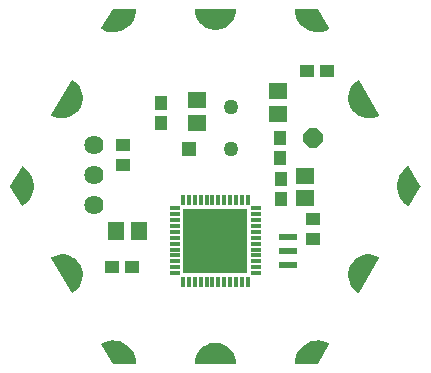
<source format=gbr>
G04 EAGLE Gerber RS-274X export*
G75*
%MOMM*%
%FSLAX34Y34*%
%LPD*%
%INSoldermask Bottom*%
%IPPOS*%
%AMOC8*
5,1,8,0,0,1.08239X$1,22.5*%
G01*
%ADD10R,1.101600X1.201600*%
%ADD11R,1.601600X1.401600*%
%ADD12R,1.501597X0.501600*%
%ADD13P,1.759533X8X22.500000*%
%ADD14R,1.201600X1.101600*%
%ADD15R,1.401600X1.601600*%
%ADD16C,1.101600*%
%ADD17C,1.259600*%
%ADD18R,1.259600X1.259600*%
%ADD19R,0.914400X0.355600*%
%ADD20R,0.355600X0.914400*%
%ADD21R,5.486400X5.486400*%
%ADD22C,1.625600*%

G36*
X363104Y190819D02*
X363104Y190819D01*
X363133Y190817D01*
X363200Y190839D01*
X363270Y190853D01*
X363294Y190869D01*
X363322Y190878D01*
X363375Y190925D01*
X363434Y190965D01*
X363450Y190990D01*
X363472Y191009D01*
X363503Y191073D01*
X363541Y191133D01*
X363546Y191162D01*
X363558Y191188D01*
X363567Y191287D01*
X363574Y191329D01*
X363571Y191340D01*
X363573Y191354D01*
X363341Y194152D01*
X363331Y194185D01*
X363327Y194233D01*
X362638Y196955D01*
X362623Y196986D01*
X362611Y197033D01*
X361483Y199604D01*
X361463Y199632D01*
X361444Y199677D01*
X359908Y202027D01*
X359884Y202052D01*
X359858Y202092D01*
X357956Y204158D01*
X357928Y204178D01*
X357895Y204214D01*
X355680Y205938D01*
X355649Y205954D01*
X355611Y205983D01*
X353141Y207320D01*
X353108Y207330D01*
X353066Y207353D01*
X351880Y207760D01*
X350426Y208259D01*
X350410Y208265D01*
X350376Y208269D01*
X350330Y208285D01*
X347561Y208747D01*
X347526Y208746D01*
X347479Y208754D01*
X344671Y208754D01*
X344637Y208747D01*
X344589Y208747D01*
X341820Y208285D01*
X341787Y208272D01*
X341740Y208265D01*
X339084Y207353D01*
X339054Y207335D01*
X339009Y207320D01*
X336539Y205983D01*
X336513Y205961D01*
X336470Y205938D01*
X334255Y204214D01*
X334232Y204187D01*
X334194Y204158D01*
X332292Y202092D01*
X332274Y202063D01*
X332242Y202027D01*
X330706Y199677D01*
X330693Y199644D01*
X330667Y199604D01*
X329539Y197033D01*
X329532Y196999D01*
X329529Y196993D01*
X329523Y196984D01*
X329522Y196978D01*
X329512Y196955D01*
X328823Y194233D01*
X328821Y194198D01*
X328809Y194152D01*
X328577Y191354D01*
X328581Y191325D01*
X328576Y191296D01*
X328593Y191227D01*
X328601Y191156D01*
X328615Y191131D01*
X328622Y191103D01*
X328664Y191045D01*
X328699Y190984D01*
X328723Y190966D01*
X328740Y190942D01*
X328801Y190906D01*
X328858Y190863D01*
X328886Y190856D01*
X328911Y190841D01*
X329009Y190824D01*
X329050Y190814D01*
X329061Y190816D01*
X329075Y190813D01*
X363075Y190813D01*
X363104Y190819D01*
G37*
G36*
X347513Y473878D02*
X347513Y473878D01*
X347561Y473878D01*
X350330Y474340D01*
X350363Y474353D01*
X350410Y474361D01*
X353066Y475272D01*
X353096Y475290D01*
X353141Y475305D01*
X355611Y476642D01*
X355637Y476664D01*
X355680Y476687D01*
X357895Y478411D01*
X357918Y478438D01*
X357956Y478467D01*
X359858Y480533D01*
X359876Y480562D01*
X359908Y480598D01*
X361444Y482948D01*
X361457Y482981D01*
X361483Y483021D01*
X362611Y485592D01*
X362618Y485626D01*
X362638Y485670D01*
X363327Y488392D01*
X363329Y488427D01*
X363341Y488473D01*
X363573Y491271D01*
X363569Y491300D01*
X363574Y491329D01*
X363558Y491398D01*
X363549Y491469D01*
X363535Y491494D01*
X363528Y491522D01*
X363486Y491580D01*
X363451Y491641D01*
X363427Y491659D01*
X363410Y491683D01*
X363349Y491719D01*
X363292Y491762D01*
X363264Y491769D01*
X363239Y491784D01*
X363141Y491801D01*
X363100Y491811D01*
X363089Y491809D01*
X363075Y491812D01*
X329075Y491812D01*
X329046Y491806D01*
X329017Y491808D01*
X328950Y491786D01*
X328880Y491772D01*
X328856Y491756D01*
X328828Y491747D01*
X328775Y491700D01*
X328716Y491660D01*
X328701Y491635D01*
X328679Y491616D01*
X328647Y491552D01*
X328609Y491492D01*
X328604Y491463D01*
X328592Y491437D01*
X328583Y491338D01*
X328576Y491296D01*
X328579Y491285D01*
X328577Y491271D01*
X328809Y488473D01*
X328819Y488440D01*
X328823Y488392D01*
X329512Y485670D01*
X329527Y485639D01*
X329539Y485592D01*
X330667Y483021D01*
X330687Y482993D01*
X330706Y482948D01*
X332242Y480598D01*
X332266Y480573D01*
X332292Y480533D01*
X334194Y478467D01*
X334222Y478447D01*
X334255Y478411D01*
X336470Y476687D01*
X336501Y476671D01*
X336539Y476642D01*
X339009Y475305D01*
X339042Y475295D01*
X339084Y475272D01*
X341740Y474361D01*
X341774Y474356D01*
X341820Y474340D01*
X344589Y473878D01*
X344624Y473879D01*
X344671Y473871D01*
X347479Y473871D01*
X347513Y473878D01*
G37*
G36*
X224682Y251122D02*
X224682Y251122D01*
X224753Y251119D01*
X224780Y251130D01*
X224809Y251132D01*
X224899Y251174D01*
X224939Y251189D01*
X224947Y251197D01*
X224960Y251202D01*
X227263Y252802D01*
X227287Y252827D01*
X227327Y252854D01*
X229336Y254811D01*
X229355Y254840D01*
X229390Y254874D01*
X231049Y257134D01*
X231064Y257166D01*
X231093Y257205D01*
X232357Y259708D01*
X232366Y259741D01*
X232388Y259784D01*
X233224Y262461D01*
X233227Y262496D01*
X233242Y262542D01*
X233625Y265320D01*
X233623Y265355D01*
X233629Y265402D01*
X233550Y268206D01*
X233542Y268240D01*
X233541Y268288D01*
X233002Y271040D01*
X232988Y271072D01*
X232979Y271119D01*
X231994Y273745D01*
X231979Y273770D01*
X231974Y273789D01*
X231966Y273800D01*
X231959Y273819D01*
X230555Y276247D01*
X230532Y276273D01*
X230508Y276315D01*
X228724Y278479D01*
X228697Y278500D01*
X228666Y278538D01*
X226550Y280378D01*
X226520Y280395D01*
X226484Y280427D01*
X224093Y281894D01*
X224061Y281906D01*
X224020Y281931D01*
X221421Y282985D01*
X221387Y282991D01*
X221342Y283009D01*
X218605Y283621D01*
X218570Y283622D01*
X218523Y283632D01*
X215723Y283785D01*
X215689Y283780D01*
X215641Y283783D01*
X212853Y283472D01*
X212820Y283462D01*
X212772Y283456D01*
X210074Y282691D01*
X210044Y282676D01*
X209997Y282662D01*
X207462Y281464D01*
X207438Y281446D01*
X207411Y281436D01*
X207359Y281387D01*
X207302Y281345D01*
X207288Y281320D01*
X207267Y281300D01*
X207238Y281234D01*
X207202Y281173D01*
X207199Y281144D01*
X207187Y281117D01*
X207186Y281046D01*
X207177Y280976D01*
X207185Y280948D01*
X207185Y280918D01*
X207219Y280826D01*
X207231Y280784D01*
X207238Y280776D01*
X207243Y280763D01*
X224243Y251363D01*
X224262Y251341D01*
X224275Y251314D01*
X224328Y251267D01*
X224375Y251214D01*
X224401Y251201D01*
X224423Y251182D01*
X224490Y251159D01*
X224554Y251128D01*
X224583Y251127D01*
X224611Y251117D01*
X224682Y251122D01*
G37*
G36*
X476461Y398845D02*
X476461Y398845D01*
X476509Y398843D01*
X479297Y399153D01*
X479330Y399163D01*
X479378Y399169D01*
X482076Y399934D01*
X482106Y399950D01*
X482153Y399963D01*
X484688Y401161D01*
X484712Y401179D01*
X484739Y401189D01*
X484791Y401238D01*
X484848Y401280D01*
X484862Y401305D01*
X484884Y401325D01*
X484912Y401391D01*
X484948Y401452D01*
X484951Y401481D01*
X484963Y401508D01*
X484964Y401579D01*
X484973Y401649D01*
X484965Y401677D01*
X484965Y401707D01*
X484931Y401799D01*
X484919Y401841D01*
X484912Y401850D01*
X484907Y401862D01*
X467907Y431262D01*
X467888Y431284D01*
X467875Y431311D01*
X467822Y431358D01*
X467775Y431411D01*
X467749Y431424D01*
X467727Y431443D01*
X467660Y431466D01*
X467596Y431497D01*
X467567Y431498D01*
X467539Y431508D01*
X467468Y431503D01*
X467397Y431506D01*
X467370Y431495D01*
X467341Y431493D01*
X467251Y431451D01*
X467211Y431436D01*
X467203Y431429D01*
X467190Y431423D01*
X464887Y429823D01*
X464863Y429798D01*
X464823Y429771D01*
X462814Y427814D01*
X462795Y427785D01*
X462760Y427751D01*
X461101Y425491D01*
X461086Y425459D01*
X461057Y425420D01*
X459793Y422917D01*
X459784Y422884D01*
X459762Y422841D01*
X458926Y420164D01*
X458923Y420129D01*
X458908Y420083D01*
X458525Y417305D01*
X458527Y417270D01*
X458521Y417223D01*
X458600Y414419D01*
X458608Y414385D01*
X458609Y414337D01*
X459148Y411585D01*
X459162Y411553D01*
X459171Y411506D01*
X460156Y408880D01*
X460174Y408851D01*
X460191Y408806D01*
X461595Y406378D01*
X461618Y406352D01*
X461642Y406310D01*
X463426Y404146D01*
X463453Y404125D01*
X463484Y404087D01*
X465600Y402247D01*
X465630Y402230D01*
X465666Y402198D01*
X468057Y400731D01*
X468089Y400719D01*
X468130Y400694D01*
X470729Y399640D01*
X470763Y399634D01*
X470808Y399616D01*
X473545Y399004D01*
X473580Y399003D01*
X473627Y398993D01*
X476427Y398840D01*
X476461Y398845D01*
G37*
G36*
X467501Y251123D02*
X467501Y251123D01*
X467572Y251123D01*
X467599Y251134D01*
X467628Y251137D01*
X467690Y251172D01*
X467755Y251199D01*
X467776Y251220D01*
X467801Y251234D01*
X467864Y251311D01*
X467894Y251341D01*
X467898Y251352D01*
X467907Y251363D01*
X484907Y280763D01*
X484916Y280790D01*
X484933Y280814D01*
X484948Y280884D01*
X484970Y280951D01*
X484968Y280980D01*
X484974Y281009D01*
X484961Y281079D01*
X484955Y281149D01*
X484942Y281175D01*
X484936Y281204D01*
X484896Y281263D01*
X484864Y281326D01*
X484841Y281345D01*
X484825Y281369D01*
X484743Y281426D01*
X484710Y281453D01*
X484700Y281456D01*
X484688Y281464D01*
X482153Y282662D01*
X482119Y282671D01*
X482076Y282691D01*
X479378Y283456D01*
X479343Y283459D01*
X479297Y283472D01*
X476509Y283783D01*
X476475Y283779D01*
X476427Y283785D01*
X473627Y283632D01*
X473593Y283623D01*
X473545Y283621D01*
X470808Y283009D01*
X470776Y282995D01*
X470729Y282985D01*
X468130Y281931D01*
X468101Y281912D01*
X468057Y281894D01*
X465666Y280427D01*
X465641Y280403D01*
X465600Y280378D01*
X463484Y278538D01*
X463463Y278510D01*
X463426Y278479D01*
X461642Y276315D01*
X461626Y276284D01*
X461595Y276247D01*
X460191Y273819D01*
X460180Y273787D01*
X460173Y273774D01*
X460163Y273759D01*
X460163Y273757D01*
X460156Y273745D01*
X459171Y271119D01*
X459165Y271085D01*
X459148Y271040D01*
X458609Y268288D01*
X458609Y268253D01*
X458600Y268206D01*
X458521Y265402D01*
X458527Y265368D01*
X458525Y265320D01*
X458908Y262542D01*
X458920Y262509D01*
X458926Y262461D01*
X459762Y259784D01*
X459779Y259754D01*
X459793Y259708D01*
X461057Y257205D01*
X461079Y257177D01*
X461101Y257134D01*
X462760Y254874D01*
X462786Y254850D01*
X462814Y254811D01*
X464823Y252854D01*
X464852Y252836D01*
X464887Y252802D01*
X467190Y251202D01*
X467217Y251191D01*
X467240Y251172D01*
X467308Y251152D01*
X467373Y251124D01*
X467402Y251124D01*
X467430Y251115D01*
X467501Y251123D01*
G37*
G36*
X218523Y398993D02*
X218523Y398993D01*
X218557Y399002D01*
X218605Y399004D01*
X221342Y399616D01*
X221374Y399630D01*
X221421Y399640D01*
X224020Y400694D01*
X224049Y400713D01*
X224093Y400731D01*
X226484Y402198D01*
X226509Y402222D01*
X226550Y402247D01*
X228666Y404087D01*
X228687Y404115D01*
X228724Y404146D01*
X230508Y406310D01*
X230524Y406341D01*
X230555Y406378D01*
X231959Y408806D01*
X231970Y408838D01*
X231994Y408880D01*
X232979Y411506D01*
X232985Y411540D01*
X233002Y411585D01*
X233541Y414337D01*
X233541Y414372D01*
X233550Y414419D01*
X233629Y417223D01*
X233624Y417257D01*
X233625Y417305D01*
X233242Y420083D01*
X233230Y420116D01*
X233224Y420164D01*
X232388Y422841D01*
X232371Y422871D01*
X232357Y422917D01*
X231093Y425420D01*
X231071Y425448D01*
X231049Y425491D01*
X229390Y427751D01*
X229364Y427775D01*
X229336Y427814D01*
X227327Y429771D01*
X227298Y429789D01*
X227263Y429823D01*
X224960Y431423D01*
X224933Y431434D01*
X224910Y431453D01*
X224842Y431473D01*
X224777Y431501D01*
X224748Y431501D01*
X224720Y431510D01*
X224649Y431502D01*
X224578Y431502D01*
X224551Y431491D01*
X224522Y431488D01*
X224460Y431453D01*
X224395Y431426D01*
X224374Y431405D01*
X224349Y431391D01*
X224286Y431314D01*
X224256Y431284D01*
X224252Y431273D01*
X224243Y431262D01*
X207243Y401862D01*
X207234Y401835D01*
X207217Y401811D01*
X207202Y401741D01*
X207180Y401674D01*
X207182Y401645D01*
X207176Y401616D01*
X207189Y401546D01*
X207195Y401476D01*
X207208Y401450D01*
X207214Y401421D01*
X207254Y401362D01*
X207286Y401299D01*
X207309Y401280D01*
X207325Y401256D01*
X207407Y401199D01*
X207440Y401172D01*
X207450Y401169D01*
X207462Y401161D01*
X209997Y399963D01*
X210031Y399954D01*
X210074Y399934D01*
X212772Y399169D01*
X212807Y399166D01*
X212853Y399153D01*
X215641Y398843D01*
X215675Y398846D01*
X215723Y398840D01*
X218523Y398993D01*
G37*
G36*
X509802Y324323D02*
X509802Y324323D01*
X509873Y324323D01*
X509900Y324334D01*
X509929Y324337D01*
X509991Y324373D01*
X510056Y324400D01*
X510077Y324421D01*
X510102Y324435D01*
X510165Y324512D01*
X510195Y324543D01*
X510199Y324553D01*
X510208Y324563D01*
X519708Y341063D01*
X519718Y341095D01*
X519727Y341108D01*
X519731Y341133D01*
X519732Y341136D01*
X519763Y341207D01*
X519763Y341230D01*
X519771Y341252D01*
X519765Y341329D01*
X519766Y341406D01*
X519756Y341430D01*
X519755Y341450D01*
X519734Y341490D01*
X519708Y341562D01*
X510208Y358062D01*
X510189Y358083D01*
X510176Y358110D01*
X510123Y358157D01*
X510076Y358211D01*
X510050Y358223D01*
X510029Y358243D01*
X509961Y358266D01*
X509897Y358297D01*
X509868Y358298D01*
X509841Y358307D01*
X509769Y358303D01*
X509698Y358306D01*
X509671Y358296D01*
X509642Y358294D01*
X509552Y358251D01*
X509512Y358237D01*
X509504Y358229D01*
X509491Y358223D01*
X506968Y356482D01*
X506944Y356457D01*
X506906Y356431D01*
X504694Y354307D01*
X504675Y354279D01*
X504641Y354247D01*
X502799Y351795D01*
X502785Y351765D01*
X502756Y351727D01*
X501331Y349012D01*
X501322Y348981D01*
X501306Y348956D01*
X501305Y348948D01*
X501300Y348939D01*
X500329Y346030D01*
X500325Y345996D01*
X500310Y345952D01*
X499818Y342926D01*
X499819Y342892D01*
X499811Y342846D01*
X499811Y339779D01*
X499812Y339776D01*
X499812Y339773D01*
X499818Y339747D01*
X499818Y339746D01*
X499818Y339699D01*
X500310Y336673D01*
X500322Y336641D01*
X500329Y336595D01*
X501300Y333686D01*
X501317Y333657D01*
X501331Y333613D01*
X502756Y330898D01*
X502778Y330871D01*
X502799Y330830D01*
X504641Y328378D01*
X504666Y328356D01*
X504694Y328318D01*
X506906Y326194D01*
X506934Y326176D01*
X506968Y326143D01*
X509491Y324402D01*
X509518Y324390D01*
X509540Y324372D01*
X509609Y324352D01*
X509674Y324324D01*
X509703Y324323D01*
X509731Y324315D01*
X509802Y324323D01*
G37*
G36*
X182381Y324322D02*
X182381Y324322D01*
X182452Y324319D01*
X182479Y324329D01*
X182508Y324331D01*
X182598Y324374D01*
X182638Y324388D01*
X182646Y324396D01*
X182659Y324402D01*
X185182Y326143D01*
X185206Y326168D01*
X185244Y326194D01*
X187456Y328318D01*
X187475Y328346D01*
X187509Y328378D01*
X189351Y330830D01*
X189365Y330860D01*
X189394Y330898D01*
X190819Y333613D01*
X190828Y333645D01*
X190850Y333686D01*
X191821Y336595D01*
X191825Y336629D01*
X191840Y336673D01*
X192332Y339699D01*
X192331Y339733D01*
X192339Y339779D01*
X192339Y342846D01*
X192332Y342879D01*
X192332Y342926D01*
X191840Y345952D01*
X191828Y345984D01*
X191821Y346030D01*
X190850Y348939D01*
X190837Y348962D01*
X190831Y348986D01*
X190824Y348995D01*
X190819Y349012D01*
X189394Y351727D01*
X189372Y351754D01*
X189351Y351795D01*
X187509Y354247D01*
X187484Y354269D01*
X187456Y354307D01*
X185244Y356431D01*
X185216Y356449D01*
X185182Y356482D01*
X182659Y358223D01*
X182632Y358235D01*
X182610Y358253D01*
X182541Y358274D01*
X182476Y358301D01*
X182447Y358302D01*
X182419Y358310D01*
X182348Y358302D01*
X182277Y358302D01*
X182250Y358291D01*
X182221Y358288D01*
X182159Y358253D01*
X182094Y358225D01*
X182073Y358204D01*
X182048Y358190D01*
X181985Y358113D01*
X181955Y358082D01*
X181951Y358072D01*
X181942Y358062D01*
X172442Y341562D01*
X172418Y341489D01*
X172387Y341418D01*
X172387Y341395D01*
X172379Y341373D01*
X172386Y341296D01*
X172385Y341219D01*
X172394Y341195D01*
X172395Y341175D01*
X172416Y341135D01*
X172435Y341083D01*
X172436Y341078D01*
X172438Y341076D01*
X172442Y341063D01*
X181942Y324563D01*
X181961Y324542D01*
X181974Y324515D01*
X182027Y324468D01*
X182074Y324414D01*
X182100Y324402D01*
X182122Y324382D01*
X182189Y324359D01*
X182253Y324328D01*
X182282Y324327D01*
X182309Y324318D01*
X182381Y324322D01*
G37*
G36*
X432751Y190829D02*
X432751Y190829D01*
X432829Y190837D01*
X432848Y190848D01*
X432870Y190853D01*
X432934Y190897D01*
X433002Y190935D01*
X433018Y190954D01*
X433034Y190965D01*
X433058Y191003D01*
X433108Y191063D01*
X442608Y207563D01*
X442617Y207591D01*
X442633Y207614D01*
X442648Y207684D01*
X442671Y207752D01*
X442668Y207781D01*
X442674Y207809D01*
X442661Y207879D01*
X442655Y207950D01*
X442642Y207976D01*
X442636Y208004D01*
X442596Y208063D01*
X442563Y208127D01*
X442541Y208145D01*
X442525Y208169D01*
X442442Y208226D01*
X442410Y208253D01*
X442399Y208256D01*
X442389Y208264D01*
X439623Y209572D01*
X439590Y209580D01*
X439547Y209601D01*
X436607Y210448D01*
X436573Y210451D01*
X436529Y210464D01*
X433491Y210830D01*
X433457Y210827D01*
X433410Y210833D01*
X430353Y210706D01*
X430320Y210698D01*
X430273Y210696D01*
X427276Y210080D01*
X427245Y210067D01*
X427199Y210058D01*
X424339Y208970D01*
X424311Y208951D01*
X424267Y208935D01*
X421619Y207402D01*
X421593Y207379D01*
X421553Y207356D01*
X419185Y205418D01*
X419163Y205392D01*
X419127Y205362D01*
X417100Y203070D01*
X417084Y203040D01*
X417052Y203005D01*
X415420Y200417D01*
X415408Y200386D01*
X415383Y200346D01*
X414187Y197530D01*
X414180Y197496D01*
X414177Y197490D01*
X414173Y197483D01*
X414172Y197478D01*
X414161Y197453D01*
X413433Y194482D01*
X413431Y194448D01*
X413420Y194402D01*
X413177Y191352D01*
X413181Y191324D01*
X413176Y191296D01*
X413193Y191226D01*
X413201Y191155D01*
X413216Y191130D01*
X413222Y191103D01*
X413265Y191045D01*
X413301Y190982D01*
X413323Y190965D01*
X413340Y190942D01*
X413402Y190906D01*
X413459Y190862D01*
X413487Y190855D01*
X413511Y190841D01*
X413611Y190824D01*
X413652Y190814D01*
X413662Y190815D01*
X413675Y190813D01*
X432675Y190813D01*
X432751Y190829D01*
G37*
G36*
X433444Y471798D02*
X433444Y471798D01*
X433491Y471795D01*
X436529Y472161D01*
X436561Y472171D01*
X436607Y472177D01*
X439547Y473024D01*
X439577Y473040D01*
X439623Y473053D01*
X442389Y474361D01*
X442411Y474378D01*
X442438Y474388D01*
X442490Y474437D01*
X442548Y474480D01*
X442562Y474505D01*
X442583Y474525D01*
X442612Y474590D01*
X442648Y474652D01*
X442651Y474681D01*
X442663Y474707D01*
X442664Y474779D01*
X442673Y474849D01*
X442665Y474877D01*
X442666Y474906D01*
X442630Y475000D01*
X442619Y475041D01*
X442612Y475049D01*
X442608Y475062D01*
X433108Y491562D01*
X433056Y491620D01*
X433010Y491683D01*
X432991Y491694D01*
X432976Y491711D01*
X432906Y491744D01*
X432839Y491784D01*
X432815Y491788D01*
X432797Y491797D01*
X432752Y491799D01*
X432675Y491812D01*
X413675Y491812D01*
X413647Y491806D01*
X413619Y491809D01*
X413551Y491786D01*
X413480Y491772D01*
X413457Y491756D01*
X413430Y491747D01*
X413375Y491700D01*
X413316Y491660D01*
X413301Y491636D01*
X413280Y491617D01*
X413248Y491553D01*
X413209Y491492D01*
X413204Y491464D01*
X413192Y491439D01*
X413183Y491337D01*
X413176Y491296D01*
X413178Y491286D01*
X413177Y491273D01*
X413420Y488223D01*
X413429Y488190D01*
X413433Y488143D01*
X414161Y485172D01*
X414176Y485141D01*
X414187Y485095D01*
X415383Y482279D01*
X415402Y482251D01*
X415420Y482208D01*
X417052Y479620D01*
X417076Y479595D01*
X417100Y479555D01*
X419127Y477263D01*
X419154Y477242D01*
X419185Y477207D01*
X421553Y475269D01*
X421583Y475253D01*
X421619Y475223D01*
X424267Y473690D01*
X424299Y473679D01*
X424339Y473655D01*
X427199Y472567D01*
X427232Y472561D01*
X427276Y472545D01*
X430273Y471929D01*
X430307Y471929D01*
X430353Y471919D01*
X433410Y471792D01*
X433444Y471798D01*
G37*
G36*
X278503Y190819D02*
X278503Y190819D01*
X278531Y190816D01*
X278599Y190839D01*
X278670Y190853D01*
X278693Y190869D01*
X278720Y190878D01*
X278775Y190925D01*
X278834Y190965D01*
X278849Y190989D01*
X278871Y191008D01*
X278902Y191072D01*
X278941Y191133D01*
X278946Y191161D01*
X278958Y191186D01*
X278967Y191288D01*
X278974Y191329D01*
X278972Y191339D01*
X278973Y191352D01*
X278730Y194402D01*
X278721Y194435D01*
X278717Y194482D01*
X277989Y197453D01*
X277974Y197484D01*
X277963Y197530D01*
X276767Y200346D01*
X276748Y200374D01*
X276730Y200417D01*
X275098Y203005D01*
X275074Y203030D01*
X275050Y203070D01*
X273023Y205362D01*
X272996Y205383D01*
X272965Y205418D01*
X270598Y207356D01*
X270567Y207372D01*
X270531Y207402D01*
X267883Y208935D01*
X267851Y208946D01*
X267811Y208970D01*
X264951Y210058D01*
X264918Y210064D01*
X264874Y210080D01*
X261877Y210696D01*
X261843Y210696D01*
X261797Y210706D01*
X258740Y210833D01*
X258706Y210827D01*
X258659Y210830D01*
X255621Y210464D01*
X255589Y210454D01*
X255543Y210448D01*
X252603Y209601D01*
X252573Y209585D01*
X252528Y209572D01*
X249762Y208264D01*
X249739Y208247D01*
X249712Y208237D01*
X249660Y208188D01*
X249602Y208145D01*
X249588Y208120D01*
X249567Y208100D01*
X249538Y208035D01*
X249502Y207973D01*
X249499Y207945D01*
X249487Y207918D01*
X249486Y207846D01*
X249477Y207776D01*
X249485Y207748D01*
X249485Y207719D01*
X249520Y207625D01*
X249531Y207584D01*
X249538Y207576D01*
X249542Y207563D01*
X259042Y191063D01*
X259094Y191005D01*
X259140Y190942D01*
X259159Y190931D01*
X259174Y190914D01*
X259244Y190881D01*
X259311Y190841D01*
X259336Y190837D01*
X259353Y190828D01*
X259398Y190826D01*
X259475Y190813D01*
X278475Y190813D01*
X278503Y190819D01*
G37*
G36*
X261797Y471919D02*
X261797Y471919D01*
X261830Y471927D01*
X261877Y471929D01*
X264874Y472545D01*
X264905Y472558D01*
X264951Y472567D01*
X267811Y473655D01*
X267840Y473674D01*
X267883Y473690D01*
X270531Y475223D01*
X270557Y475246D01*
X270598Y475269D01*
X272965Y477207D01*
X272987Y477233D01*
X273023Y477263D01*
X275050Y479555D01*
X275067Y479585D01*
X275098Y479620D01*
X276730Y482208D01*
X276742Y482240D01*
X276767Y482279D01*
X277963Y485095D01*
X277970Y485129D01*
X277989Y485172D01*
X278717Y488143D01*
X278719Y488177D01*
X278730Y488223D01*
X278973Y491273D01*
X278969Y491301D01*
X278974Y491329D01*
X278957Y491399D01*
X278949Y491470D01*
X278935Y491495D01*
X278928Y491522D01*
X278885Y491580D01*
X278850Y491643D01*
X278827Y491660D01*
X278810Y491683D01*
X278748Y491719D01*
X278691Y491763D01*
X278663Y491770D01*
X278639Y491784D01*
X278539Y491801D01*
X278498Y491811D01*
X278488Y491810D01*
X278475Y491812D01*
X259475Y491812D01*
X259399Y491796D01*
X259321Y491788D01*
X259302Y491777D01*
X259280Y491772D01*
X259216Y491728D01*
X259148Y491690D01*
X259132Y491671D01*
X259116Y491660D01*
X259092Y491622D01*
X259042Y491562D01*
X249542Y475062D01*
X249533Y475034D01*
X249517Y475011D01*
X249502Y474941D01*
X249479Y474873D01*
X249482Y474845D01*
X249476Y474816D01*
X249490Y474746D01*
X249495Y474675D01*
X249508Y474649D01*
X249514Y474621D01*
X249554Y474562D01*
X249587Y474498D01*
X249609Y474480D01*
X249625Y474456D01*
X249708Y474399D01*
X249740Y474372D01*
X249751Y474369D01*
X249762Y474361D01*
X252528Y473053D01*
X252561Y473045D01*
X252603Y473024D01*
X255543Y472177D01*
X255577Y472174D01*
X255621Y472161D01*
X258659Y471795D01*
X258693Y471798D01*
X258740Y471792D01*
X261797Y471919D01*
G37*
D10*
X400368Y382198D03*
X400368Y365198D03*
D11*
X398780Y421933D03*
X398780Y402933D03*
D12*
X407353Y274703D03*
X407353Y286703D03*
X407353Y298702D03*
D13*
X428308Y382588D03*
D14*
X440618Y438785D03*
X423618Y438785D03*
D10*
X401320Y330590D03*
X401320Y347590D03*
D14*
X267653Y359483D03*
X267653Y376483D03*
D11*
X421640Y350495D03*
X421640Y331495D03*
D14*
X428943Y296935D03*
X428943Y313935D03*
X258200Y273050D03*
X275200Y273050D03*
D15*
X280963Y303213D03*
X261963Y303213D03*
D16*
X428675Y484413D03*
X511275Y341313D03*
X428675Y198213D03*
X263475Y198213D03*
X180875Y341313D03*
X263475Y484413D03*
X469975Y412813D03*
X469975Y269813D03*
X346075Y198213D03*
X222175Y269813D03*
X222175Y412813D03*
X346075Y484413D03*
D17*
X359273Y408485D03*
D18*
X323353Y372565D03*
D17*
X359273Y372565D03*
D11*
X330200Y395313D03*
X330200Y414313D03*
D10*
X300038Y411725D03*
X300038Y394725D03*
D19*
X380619Y322782D03*
X380619Y317781D03*
X380619Y312779D03*
X380619Y307778D03*
X380619Y302777D03*
X380619Y297776D03*
X380619Y292774D03*
X380619Y287773D03*
X380619Y282772D03*
X380619Y277771D03*
X380619Y272769D03*
X380619Y267768D03*
D20*
X373582Y260731D03*
X368581Y260731D03*
X363579Y260731D03*
X358578Y260731D03*
X353577Y260731D03*
X348576Y260731D03*
X343574Y260731D03*
X338573Y260731D03*
X333572Y260731D03*
X328571Y260731D03*
X323569Y260731D03*
X318568Y260731D03*
D19*
X311531Y267768D03*
X311531Y272769D03*
X311531Y277771D03*
X311531Y282772D03*
X311531Y287773D03*
X311531Y292774D03*
X311531Y297776D03*
X311531Y302777D03*
X311531Y307778D03*
X311531Y312779D03*
X311531Y317781D03*
X311531Y322782D03*
D20*
X318568Y329819D03*
X323569Y329819D03*
X328571Y329819D03*
X333572Y329819D03*
X338573Y329819D03*
X343574Y329819D03*
X348576Y329819D03*
X353577Y329819D03*
X358578Y329819D03*
X363579Y329819D03*
X368581Y329819D03*
X373582Y329819D03*
D21*
X346075Y295275D03*
D22*
X242888Y376238D03*
X242888Y350838D03*
X242888Y325438D03*
M02*

</source>
